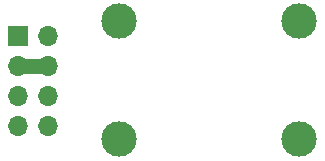
<source format=gtl>
%TF.GenerationSoftware,KiCad,Pcbnew,(5.1.8-0-10_14)*%
%TF.CreationDate,2021-07-20T13:17:47+01:00*%
%TF.ProjectId,banana-bread-board-helper,62616e61-6e61-42d6-9272-6561642d626f,rev?*%
%TF.SameCoordinates,Original*%
%TF.FileFunction,Copper,L1,Top*%
%TF.FilePolarity,Positive*%
%FSLAX46Y46*%
G04 Gerber Fmt 4.6, Leading zero omitted, Abs format (unit mm)*
G04 Created by KiCad (PCBNEW (5.1.8-0-10_14)) date 2021-07-20 13:17:47*
%MOMM*%
%LPD*%
G01*
G04 APERTURE LIST*
%TA.AperFunction,ComponentPad*%
%ADD10R,1.700000X1.700000*%
%TD*%
%TA.AperFunction,ComponentPad*%
%ADD11O,1.700000X1.700000*%
%TD*%
%TA.AperFunction,ComponentPad*%
%ADD12C,3.000000*%
%TD*%
%TA.AperFunction,Conductor*%
%ADD13C,1.270000*%
%TD*%
G04 APERTURE END LIST*
D10*
%TO.P,J3,1*%
%TO.N,Net-(J1-Pad1)*%
X130460000Y-95750000D03*
D11*
%TO.P,J3,2*%
X133000000Y-95750000D03*
%TO.P,J3,3*%
X130460000Y-98290000D03*
%TO.P,J3,4*%
X133000000Y-98290000D03*
%TO.P,J3,5*%
%TO.N,Net-(J2-Pad1)*%
X130460000Y-100830000D03*
%TO.P,J3,6*%
X133000000Y-100830000D03*
%TO.P,J3,7*%
X130460000Y-103370000D03*
%TO.P,J3,8*%
X133000000Y-103370000D03*
%TD*%
D12*
%TO.P,J2,1*%
%TO.N,Net-(J2-Pad1)*%
X139000000Y-104500000D03*
X154300000Y-104500000D03*
%TD*%
%TO.P,J1,1*%
%TO.N,Net-(J1-Pad1)*%
X139000000Y-94500000D03*
X154300000Y-94500000D03*
%TD*%
D13*
%TO.N,Net-(J1-Pad1)*%
X133000000Y-98290000D02*
X130460000Y-98290000D01*
%TD*%
M02*

</source>
